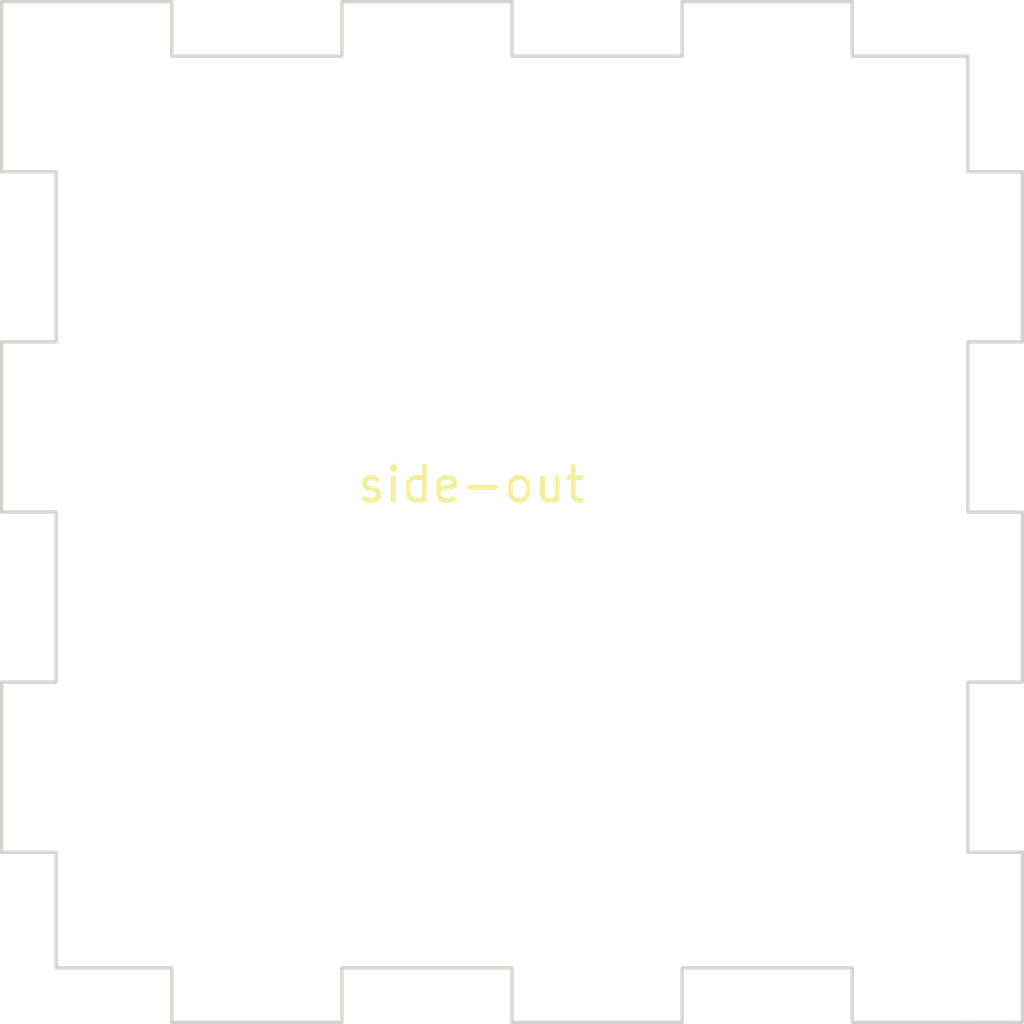
<source format=kicad_pcb>
(kicad_pcb (version 20171130) (host pcbnew 5.1.9)

  (general
    (thickness 1.6)
    (drawings 50)
    (tracks 0)
    (zones 0)
    (modules 0)
    (nets 1)
  )

  (page A4)
  (layers
    (0 F.Cu signal)
    (31 B.Cu signal)
    (32 B.Adhes user)
    (33 F.Adhes user)
    (34 B.Paste user)
    (35 F.Paste user)
    (36 B.SilkS user)
    (37 F.SilkS user)
    (38 B.Mask user)
    (39 F.Mask user)
    (40 Dwgs.User user)
    (41 Cmts.User user)
    (42 Eco1.User user)
    (43 Eco2.User user)
    (44 Edge.Cuts user)
    (45 Margin user)
    (46 B.CrtYd user)
    (47 F.CrtYd user)
    (48 B.Fab user)
    (49 F.Fab user)
  )

  (setup
    (last_trace_width 0.25)
    (trace_clearance 0.2)
    (zone_clearance 0.508)
    (zone_45_only no)
    (trace_min 0.2)
    (via_size 0.8)
    (via_drill 0.4)
    (via_min_size 0.4)
    (via_min_drill 0.3)
    (uvia_size 0.3)
    (uvia_drill 0.1)
    (uvias_allowed no)
    (uvia_min_size 0.2)
    (uvia_min_drill 0.1)
    (edge_width 0.1)
    (segment_width 0.2)
    (pcb_text_width 0.3)
    (pcb_text_size 1.5 1.5)
    (mod_edge_width 0.15)
    (mod_text_size 1 1)
    (mod_text_width 0.15)
    (pad_size 1.524 1.524)
    (pad_drill 0.762)
    (pad_to_mask_clearance 0)
    (aux_axis_origin 0 0)
    (visible_elements FFFFFF7F)
    (pcbplotparams
      (layerselection 0x010fc_ffffffff)
      (usegerberextensions false)
      (usegerberattributes true)
      (usegerberadvancedattributes true)
      (creategerberjobfile true)
      (excludeedgelayer true)
      (linewidth 0.100000)
      (plotframeref false)
      (viasonmask false)
      (mode 1)
      (useauxorigin false)
      (hpglpennumber 1)
      (hpglpenspeed 20)
      (hpglpendiameter 15.000000)
      (psnegative false)
      (psa4output false)
      (plotreference true)
      (plotvalue true)
      (plotinvisibletext false)
      (padsonsilk false)
      (subtractmaskfromsilk false)
      (outputformat 1)
      (mirror false)
      (drillshape 1)
      (scaleselection 1)
      (outputdirectory ""))
  )

  (net 0 "")

  (net_class Default "This is the default net class."
    (clearance 0.2)
    (trace_width 0.25)
    (via_dia 0.8)
    (via_drill 0.4)
    (uvia_dia 0.3)
    (uvia_drill 0.1)
  )

  (gr_text side-out (at 103.8 62.6) (layer F.SilkS)
    (effects (font (size 1 1) (thickness 0.15)))
  )
  (gr_line (start 100 76.8) (end 105 76.8) (layer Edge.Cuts) (width 0.1) (tstamp 604498E7))
  (gr_line (start 91.6 76.8) (end 95 76.8) (layer Edge.Cuts) (width 0.1) (tstamp 604498E6))
  (gr_line (start 115 78.4) (end 118.4 78.4) (layer Edge.Cuts) (width 0.1) (tstamp 604498E5))
  (gr_line (start 110 78.4) (end 110 76.8) (layer Edge.Cuts) (width 0.1) (tstamp 604498E4))
  (gr_line (start 110 76.8) (end 115 76.8) (layer Edge.Cuts) (width 0.1) (tstamp 604498E2))
  (gr_line (start 100 78.4) (end 100 76.8) (layer Edge.Cuts) (width 0.1) (tstamp 604498E1))
  (gr_line (start 95 78.4) (end 100 78.4) (layer Edge.Cuts) (width 0.1) (tstamp 604498E0))
  (gr_line (start 105 76.8) (end 105 78.4) (layer Edge.Cuts) (width 0.1) (tstamp 604498DF))
  (gr_line (start 105 78.4) (end 110 78.4) (layer Edge.Cuts) (width 0.1) (tstamp 604498DE))
  (gr_line (start 115 76.8) (end 115 78.4) (layer Edge.Cuts) (width 0.1) (tstamp 604498DD))
  (gr_line (start 95 76.8) (end 95 78.4) (layer Edge.Cuts) (width 0.1) (tstamp 604498DC))
  (gr_line (start 120 78.4) (end 118.4 78.4) (layer Edge.Cuts) (width 0.1) (tstamp 6044977C))
  (gr_line (start 91.6 76.8) (end 91.6 50) (layer Dwgs.User) (width 0.15) (tstamp 60449891))
  (gr_line (start 118.4 76.8) (end 91.6 76.8) (layer Dwgs.User) (width 0.15))
  (gr_line (start 118.4 50) (end 118.4 76.8) (layer Dwgs.User) (width 0.15))
  (gr_line (start 91.6 50) (end 118.4 50) (layer Dwgs.User) (width 0.15))
  (gr_line (start 118.4 50) (end 118.4 53.4) (layer Edge.Cuts) (width 0.1) (tstamp 604497A8))
  (gr_line (start 120 53.4) (end 118.4 53.4) (layer Edge.Cuts) (width 0.1) (tstamp 604497A4))
  (gr_line (start 118.4 68.4) (end 118.4 73.4) (layer Edge.Cuts) (width 0.1) (tstamp 60449786))
  (gr_line (start 118.4 73.4) (end 120 73.4) (layer Edge.Cuts) (width 0.1) (tstamp 60449785))
  (gr_line (start 120 58.4) (end 118.4 58.4) (layer Edge.Cuts) (width 0.1) (tstamp 60449784))
  (gr_line (start 120 73.4) (end 120 78.4) (layer Edge.Cuts) (width 0.1) (tstamp 60449783))
  (gr_line (start 120 53.4) (end 120 58.4) (layer Edge.Cuts) (width 0.1) (tstamp 60449782))
  (gr_line (start 118.4 58.4) (end 118.4 63.4) (layer Edge.Cuts) (width 0.1) (tstamp 60449781))
  (gr_line (start 120 68.4) (end 118.4 68.4) (layer Edge.Cuts) (width 0.1) (tstamp 60449780))
  (gr_line (start 118.4 63.4) (end 120 63.4) (layer Edge.Cuts) (width 0.1) (tstamp 6044977F))
  (gr_line (start 120 63.4) (end 120 68.4) (layer Edge.Cuts) (width 0.1) (tstamp 6044977D))
  (gr_line (start 91.6 63.4) (end 91.6 68.4) (layer Edge.Cuts) (width 0.1) (tstamp 6044974D))
  (gr_line (start 90 53.4) (end 91.6 53.4) (layer Edge.Cuts) (width 0.1) (tstamp 6044974A))
  (gr_line (start 90 63.4) (end 91.6 63.4) (layer Edge.Cuts) (width 0.1) (tstamp 60449747))
  (gr_line (start 91.6 68.4) (end 90 68.4) (layer Edge.Cuts) (width 0.1) (tstamp 60449744))
  (gr_line (start 90 58.4) (end 90 63.4) (layer Edge.Cuts) (width 0.1) (tstamp 60449741))
  (gr_line (start 91.6 53.4) (end 91.6 58.4) (layer Edge.Cuts) (width 0.1) (tstamp 6044973E))
  (gr_line (start 91.6 73.4) (end 91.6 76.8) (layer Edge.Cuts) (width 0.1) (tstamp 6044973B))
  (gr_line (start 91.6 58.4) (end 90 58.4) (layer Edge.Cuts) (width 0.1) (tstamp 60449738))
  (gr_line (start 90 73.4) (end 91.6 73.4) (layer Edge.Cuts) (width 0.1) (tstamp 60449735))
  (gr_line (start 90 68.4) (end 90 73.4) (layer Edge.Cuts) (width 0.1) (tstamp 60449732))
  (gr_line (start 90 48.4) (end 90 53.4) (layer Edge.Cuts) (width 0.1) (tstamp 60449764))
  (gr_line (start 110 48.4) (end 115 48.4) (layer Edge.Cuts) (width 0.1) (tstamp 604496CC))
  (gr_line (start 110 50) (end 110 48.4) (layer Edge.Cuts) (width 0.1) (tstamp 604496CB))
  (gr_line (start 115 48.4) (end 115 50) (layer Edge.Cuts) (width 0.1) (tstamp 604496CA))
  (gr_line (start 115 50) (end 118.4 50) (layer Edge.Cuts) (width 0.1) (tstamp 604496C9))
  (gr_line (start 100 50) (end 100 48.4) (layer Edge.Cuts) (width 0.1) (tstamp 604496C4))
  (gr_line (start 100 48.4) (end 105 48.4) (layer Edge.Cuts) (width 0.1) (tstamp 604496C3))
  (gr_line (start 105 50) (end 110 50) (layer Edge.Cuts) (width 0.1) (tstamp 604496C2))
  (gr_line (start 105 48.4) (end 105 50) (layer Edge.Cuts) (width 0.1) (tstamp 604496C1))
  (gr_line (start 95 50) (end 100 50) (layer Edge.Cuts) (width 0.1) (tstamp 604496BE))
  (gr_line (start 95 48.4) (end 95 50) (layer Edge.Cuts) (width 0.1))
  (gr_line (start 90 48.4) (end 95 48.4) (layer Edge.Cuts) (width 0.1))

)

</source>
